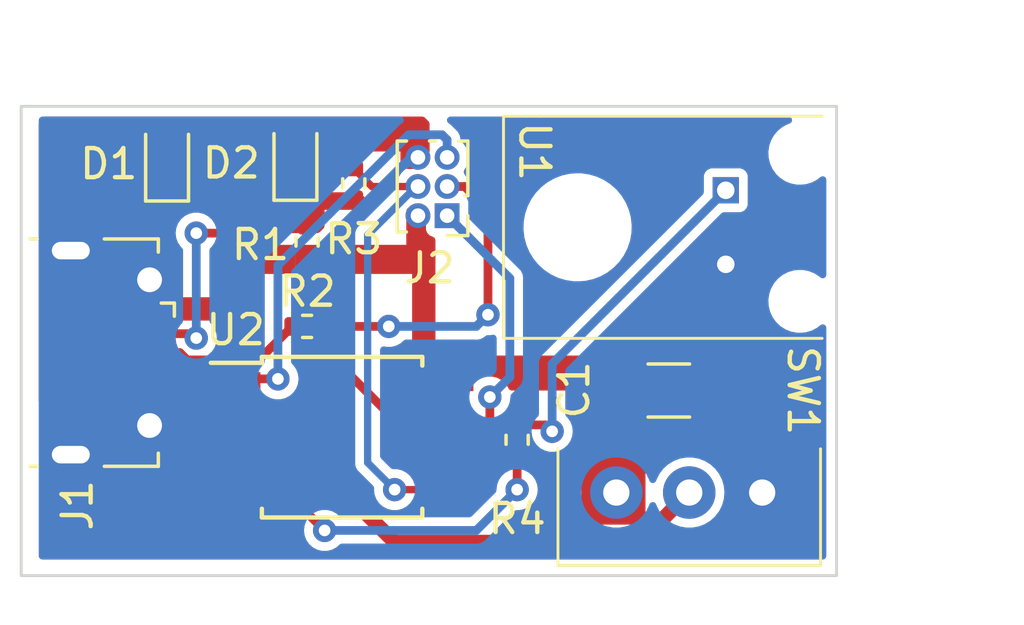
<source format=kicad_pcb>
(kicad_pcb (version 20221018) (generator pcbnew)
  (title_block (title "Interrupter") (date "2023-11-27") (rev "1.0") (company "UN Sede Manizales") (comment 1 "Juan Felipe Osorio Franco") (comment 2 "Juan Daniel Gonzalez Gonzalez"))
  (layers (0 "F.Cu" signal) (31 "B.Cu" signal) (34 "B.Paste" user) (35 "F.Paste" user) (36 "B.SilkS" user "B.Silkscreen") (37 "F.SilkS" user "F.Silkscreen") (38 "B.Mask" user) (39 "F.Mask" user) (44 "Edge.Cuts" user))
  (net 0 "")
  (net 1 "+5V")
  (net 2 "GND")
  (net 3 "Net-(D1-K)")
  (net 4 "Net-(D2-K)")
  (net 6 "/MISO")
  (net 7 "/SCK")
  (net 8 "/MOSI")
  (net 9 "/RESET")
  (net 10 "Net-(U1-+)")
  (net 11 "Net-(U2-XTAL2{slash}PB4)")
  (net 12 "Net-(SW1A-B)")
  (footprint "Connector_USB:USB_Micro-B_Molex-105017-0001" (layer "F.Cu") (at 134.3375 96.9 -90)
    (fp_text reference "J1" (at 5.2375 1.0125 90) (layer "F.SilkS"))
    (fp_text value "USB_B_Micro" hide)
    (fp_line (start -3.9 -1.7625) (end -3.45 -1.7625) (stroke (width 0.12)) (layer "F.SilkS"))
    (fp_line (start -3.9 0.0875) (end -3.9 -1.7625) (stroke (width 0.12)) (layer "F.SilkS"))
    (fp_line (start -3.9 2.6375) (end -3.9 2.3875) (stroke (width 0.12)) (layer "F.SilkS"))
    (fp_line (start -1.7 -2.3125) (end -1.7 -1.8625) (stroke (width 0.12)) (layer "F.SilkS"))
    (fp_line (start -1.7 -2.3125) (end -1.25 -2.3125) (stroke (width 0.12)) (layer "F.SilkS"))
    (fp_line (start 3.9 -1.7625) (end 3.45 -1.7625) (stroke (width 0.12)) (layer "F.SilkS"))
    (fp_line (start 3.9 0.0875) (end 3.9 -1.7625) (stroke (width 0.12)) (layer "F.SilkS"))
    (fp_line (start 3.9 2.6375) (end 3.9 2.3875) (stroke (width 0.12)) (layer "F.SilkS"))
    (pad "1" smd rect (at -1.3 -1.4625 270) (size 0.4 1.35) (layers "F.Cu" "F.Paste" "F.Mask") (net 1 "+5V"))
    (pad "2" smd rect (at -0.65 -1.4625 270) (size 0.4 1.35) (layers "F.Cu" "F.Paste" "F.Mask") (net 4 "Net-(D2-K)"))
    (pad "3" smd rect (at 0 -1.4625 270) (size 0.4 1.35) (layers "F.Cu" "F.Paste" "F.Mask") (net 3 "Net-(D1-K)"))
    (pad "4" smd rect (at 0.65 -1.4625 270) (size 0.4 1.35) (layers "F.Cu" "F.Paste" "F.Mask"))
    (pad "5" smd rect (at 1.3 -1.4625 270) (size 0.4 1.35) (layers "F.Cu" "F.Paste" "F.Mask") (net 2 "GND"))
    (pad "6" thru_hole oval (at -3.5 1.2375 90) (size 1.2 1.9) (drill oval 0.6 1.3) (layers "*.Cu" "*.Mask") (net 2 "GND"))
    (pad "6" smd rect (at -2.9 1.2375 270) (size 1.2 1.9) (layers "F.Cu" "F.Mask") (net 2 "GND"))
    (pad "6" thru_hole circle (at -2.5 -1.4625 270) (size 1.45 1.45) (drill 0.85) (layers "*.Cu" "*.Mask") (net 2 "GND"))
    (pad "6" smd rect (at -1 1.2375 270) (size 1.5 1.9) (layers "F.Cu" "F.Paste" "F.Mask") (net 2 "GND"))
    (pad "6" smd rect (at 1 1.2375 270) (size 1.5 1.9) (layers "F.Cu" "F.Paste" "F.Mask") (net 2 "GND"))
    (pad "6" thru_hole circle (at 2.5 -1.4625 270) (size 1.45 1.45) (drill 0.85) (layers "*.Cu" "*.Mask") (net 2 "GND"))
    (pad "6" smd rect (at 2.9 1.2375 270) (size 1.2 1.9) (layers "F.Cu" "F.Mask") (net 2 "GND"))
    (pad "6" thru_hole oval (at 3.5 1.2375 270) (size 1.2 1.9) (drill oval 0.6 1.3) (layers "*.Cu" "*.Mask") (net 2 "GND"))
  )
  (footprint "Interruptor:IF-E96E" (layer "F.Cu") (at 155.5525 92.6 -90)
    (fp_text reference "U1" (at -2.6 6.5525 -90 unlocked) (layer "F.SilkS"))
    (fp_text value "~")
    (fp_line (start -3.81 -3.302) (end -3.81 6.35) (stroke (width 0.1)) (layer "F.SilkS"))
    (fp_line (start -3.81 6.35) (end -3.81 6.858) (stroke (width 0.1)) (layer "F.SilkS"))
    (fp_line (start -3.81 6.858) (end -3.81 7.62) (stroke (width 0.1)) (layer "F.SilkS"))
    (fp_line (start -3.81 7.62) (end 3.81 7.62) (stroke (width 0.1)) (layer "F.SilkS"))
    (fp_line (start 3.81 -3.302) (end 3.81 6.858) (stroke (width 0.1)) (layer "F.SilkS"))
    (fp_line (start 3.81 7.62) (end 3.81 6.858) (stroke (width 0.1)) (layer "F.SilkS"))
    (pad "" np_thru_hole circle (at -2.54 -2.54 270) (size 1.65 1.65) (drill 1.65) (layers "F&B.Cu" "*.Mask"))
    (pad "" np_thru_hole circle (at 0 5.08 270) (size 3.2 3.2) (drill 3.2) (layers "F&B.Cu" "*.Mask"))
    (pad "" np_thru_hole circle (at 2.54 -2.54 270) (size 1.65 1.65) (drill 1.65) (layers "F&B.Cu" "*.Mask"))
    (pad "1" thru_hole rect (at -1.27 0 270) (size 0.9 0.9) (drill 0.6) (layers "*.Cu" "*.Mask") (net 10 "Net-(U1-+)"))
    (pad "2" thru_hole rect (at 1.27 0 270) (size 0.9 0.9) (drill 0.6) (layers "*.Cu" "*.Mask") (net 2 "GND"))
  )
  (footprint "Capacitor_SMD:C_1206_3216Metric" (layer "F.Cu") (at 153.6 98.2)
    (fp_text reference "C1" (at -3.25 -0.02 90) (layer "F.SilkS"))
    (fp_text value "1u" hide)
    (fp_line (start -0.711252 -0.91) (end 0.711252 -0.91) (stroke (width 0.12)) (layer "F.SilkS"))
    (fp_line (start -0.711252 0.91) (end 0.711252 0.91) (stroke (width 0.12)) (layer "F.SilkS"))
    (pad "1" smd roundrect (at -1.475 0) (size 1.15 1.8) (layers "F.Cu" "F.Paste" "F.Mask") (roundrect_rratio 0.2173913043) (net 1 "+5V"))
    (pad "2" smd roundrect (at 1.475 0) (size 1.15 1.8) (layers "F.Cu" "F.Paste" "F.Mask") (roundrect_rratio 0.2173913043) (net 2 "GND"))
  )
  (footprint "Resistor_SMD:R_0402_1005Metric" (layer "F.Cu") (at 141.2 93.09 -90)
    (fp_text reference "R1" (at 0.11 1.6 -180) (layer "F.SilkS"))
    (fp_text value "1.5k" hide)
    (fp_line (start -0.153641 -0.38) (end 0.153641 -0.38) (stroke (width 0.12)) (layer "F.SilkS"))
    (fp_line (start -0.153641 0.38) (end 0.153641 0.38) (stroke (width 0.12)) (layer "F.SilkS"))
    (pad "1" smd roundrect (at -0.51 0 270) (size 0.54 0.64) (layers "F.Cu" "F.Paste" "F.Mask") (net 4 "Net-(D2-K)"))
    (pad "2" smd roundrect (at 0.51 0 270) (size 0.54 0.64) (layers "F.Cu" "F.Paste" "F.Mask") (net 1 "+5V"))
  )
  (footprint "Diode_SMD:D_0603_1608Metric" (layer "F.Cu") (at 140.8 90.1875 90)
    (fp_text reference "D2" (at -0.2125 -2.2 180) (layer "F.SilkS"))
    (fp_text value "D_Zener" hide)
    (fp_line (start -1.485 -0.735) (end -1.485 0.735) (stroke (width 0.12)) (layer "F.SilkS"))
    (fp_line (start -1.485 0.735) (end 0.8 0.735) (stroke (width 0.12)) (layer "F.SilkS"))
    (fp_line (start 0.8 -0.735) (end -1.485 -0.735) (stroke (width 0.12)) (layer "F.SilkS"))
    (pad "1" smd roundrect (at -0.7875 0 90) (size 0.875 0.95) (layers "F.Cu" "F.Paste" "F.Mask") (net 4 "Net-(D2-K)"))
    (pad "2" smd roundrect (at 0.7875 0 90) (size 0.875 0.95) (layers "F.Cu" "F.Paste" "F.Mask") (net 2 "GND"))
  )
  (footprint "Diode_SMD:D_0603_1608Metric" (layer "F.Cu") (at 136.4 90.2125 90)
    (fp_text reference "D1" (at -0.2125 -2 180) (layer "F.SilkS"))
    (fp_text value "D_Zener" hide)
    (fp_line (start -1.485 -0.735) (end -1.485 0.735) (stroke (width 0.12)) (layer "F.SilkS"))
    (fp_line (start -1.485 0.735) (end 0.8 0.735) (stroke (width 0.12)) (layer "F.SilkS"))
    (fp_line (start 0.8 -0.735) (end -1.485 -0.735) (stroke (width 0.12)) (layer "F.SilkS"))
    (pad "1" smd roundrect (at -0.7875 0 90) (size 0.875 0.95) (layers "F.Cu" "F.Paste" "F.Mask") (net 3 "Net-(D1-K)"))
    (pad "2" smd roundrect (at 0.7875 0 90) (size 0.875 0.95) (layers "F.Cu" "F.Paste" "F.Mask") (net 2 "GND"))
  )
  (footprint "Resistor_SMD:R_0402_1005Metric" (layer "F.Cu") (at 142.8 91.09 90)
    (fp_text reference "R3" (at -1.91 0 180) (layer "F.SilkS"))
    (fp_text value "68" hide)
    (fp_line (start -0.153641 -0.38) (end 0.153641 -0.38) (stroke (width 0.12)) (layer "F.SilkS"))
    (fp_line (start -0.153641 0.38) (end 0.153641 0.38) (stroke (width 0.12)) (layer "F.SilkS"))
    (pad "1" smd roundrect (at -0.51 0 90) (size 0.54 0.64) (layers "F.Cu" "F.Paste" "F.Mask") (net 4 "Net-(D2-K)"))
    (pad "2" smd roundrect (at 0.51 0 90) (size 0.54 0.64) (layers "F.Cu" "F.Paste" "F.Mask") (net 8 "/MOSI"))
  )
  (footprint "Package_SO:SOIC-8W_5.3x5.3mm_P1.27mm" (layer "F.Cu") (at 142.4 99.8)
    (fp_text reference "U2" (at -3.65 -3.68) (layer "F.SilkS"))
    (fp_text value "ATtiny25-20S" hide)
    (fp_line (start -2.75 -2.755) (end -2.75 -2.55) (stroke (width 0.15)) (layer "F.SilkS"))
    (fp_line (start -2.75 -2.755) (end 2.75 -2.755) (stroke (width 0.15)) (layer "F.SilkS"))
    (fp_line (start -2.75 -2.55) (end -4.5 -2.55) (stroke (width 0.15)) (layer "F.SilkS"))
    (fp_line (start -2.75 2.755) (end -2.75 2.455) (stroke (width 0.15)) (layer "F.SilkS"))
    (fp_line (start -2.75 2.755) (end 2.75 2.755) (stroke (width 0.15)) (layer "F.SilkS"))
    (fp_line (start 2.75 -2.755) (end 2.75 -2.455) (stroke (width 0.15)) (layer "F.SilkS"))
    (fp_line (start 2.75 2.755) (end 2.75 2.455) (stroke (width 0.15)) (layer "F.SilkS"))
    (pad "1" smd rect (at -3.65 -1.905) (size 1.7 0.65) (layers "F.Cu" "F.Paste" "F.Mask") (net 9 "/RESET"))
    (pad "2" smd rect (at -3.65 -0.635) (size 1.7 0.65) (layers "F.Cu" "F.Paste" "F.Mask") (net 12 "Net-(SW1A-B)"))
    (pad "3" smd rect (at -3.65 0.635) (size 1.7 0.65) (layers "F.Cu" "F.Paste" "F.Mask") (net 11 "Net-(U2-XTAL2{slash}PB4)"))
    (pad "4" smd rect (at -3.65 1.905) (size 1.7 0.65) (layers "F.Cu" "F.Paste" "F.Mask") (net 2 "GND"))
    (pad "5" smd rect (at 3.65 1.905) (size 1.7 0.65) (layers "F.Cu" "F.Paste" "F.Mask") (net 8 "/MOSI"))
    (pad "6" smd rect (at 3.65 0.635) (size 1.7 0.65) (layers "F.Cu" "F.Paste" "F.Mask") (net 6 "/MISO"))
    (pad "7" smd rect (at 3.65 -0.635) (size 1.7 0.65) (layers "F.Cu" "F.Paste" "F.Mask") (net 7 "/SCK"))
    (pad "8" smd rect (at 3.65 -1.905) (size 1.7 0.65) (layers "F.Cu" "F.Paste" "F.Mask") (net 1 "+5V"))
  )
  (footprint "Connector_PinHeader_1.00mm:PinHeader_2x03_P1.00mm_Vertical" (layer "F.Cu") (at 146 92.2 180)
    (fp_text reference "J2" (at 0.6 -1.8) (layer "F.SilkS"))
    (fp_text value "Conn_01x06_Pin" hide)
    (fp_line (start -0.71 -0.685) (end 0 -0.685) (stroke (width 0.12)) (layer "F.SilkS"))
    (fp_line (start -0.71 0) (end -0.71 -0.685) (stroke (width 0.12)) (layer "F.SilkS"))
    (fp_line (start -0.71 0.685) (end -0.71 2.56) (stroke (width 0.12)) (layer "F.SilkS"))
    (fp_line (start -0.71 0.685) (end -0.608276 0.685) (stroke (width 0.12)) (layer "F.SilkS"))
    (fp_line (start -0.71 2.56) (end -0.394493 2.56) (stroke (width 0.12)) (layer "F.SilkS"))
    (fp_line (start 0.394493 2.56) (end 0.605507 2.56) (stroke (width 0.12)) (layer "F.SilkS"))
    (fp_line (start 1.394493 -0.56) (end 1.71 -0.56) (stroke (width 0.12)) (layer "F.SilkS"))
    (fp_line (start 1.394493 2.56) (end 1.71 2.56) (stroke (width 0.12)) (layer "F.SilkS"))
    (fp_line (start 1.71 -0.56) (end 1.71 2.56) (stroke (width 0.12)) (layer "F.SilkS"))
    (pad "1" thru_hole rect (at 0 0 180) (size 0.85 0.85) (drill 0.5) (layers "*.Cu" "*.Mask") (net 6 "/MISO"))
    (pad "2" thru_hole oval (at 1 0 180) (size 0.85 0.85) (drill 0.5) (layers "*.Cu" "*.Mask") (net 1 "+5V"))
    (pad "3" thru_hole oval (at 0 1 180) (size 0.85 0.85) (drill 0.5) (layers "*.Cu" "*.Mask") (net 7 "/SCK"))
    (pad "4" thru_hole oval (at 1 1 180) (size 0.85 0.85) (drill 0.5) (layers "*.Cu" "*.Mask") (net 8 "/MOSI"))
    (pad "5" thru_hole oval (at 0 2 180) (size 0.85 0.85) (drill 0.5) (layers "*.Cu" "*.Mask") (net 9 "/RESET"))
    (pad "6" thru_hole oval (at 1 2 180) (size 0.85 0.85) (drill 0.5) (layers "*.Cu" "*.Mask") (net 2 "GND"))
  )
  (footprint "Resistor_SMD:R_0402_1005Metric" (layer "F.Cu") (at 148.4 99.89 -90)
    (fp_text reference "R4" (at 2.71 0 -180) (layer "F.SilkS"))
    (fp_text value "100" hide)
    (fp_line (start -0.153641 -0.38) (end 0.153641 -0.38) (stroke (width 0.12)) (layer "F.SilkS"))
    (fp_line (start -0.153641 0.38) (end 0.153641 0.38) (stroke (width 0.12)) (layer "F.SilkS"))
    (pad "1" smd roundrect (at -0.51 0 270) (size 0.54 0.64) (layers "F.Cu" "F.Paste" "F.Mask") (net 10 "Net-(U1-+)"))
    (pad "2" smd roundrect (at 0.51 0 270) (size 0.54 0.64) (layers "F.Cu" "F.Paste" "F.Mask") (net 11 "Net-(U2-XTAL2{slash}PB4)"))
  )
  (footprint "Resistor_SMD:R_0402_1005Metric" (layer "F.Cu") (at 141.2 96)
    (fp_text reference "R2" (at 0 -1.2) (layer "F.SilkS"))
    (fp_text value "68" hide)
    (fp_line (start -0.153641 -0.38) (end 0.153641 -0.38) (stroke (width 0.12)) (layer "F.SilkS"))
    (fp_line (start -0.153641 0.38) (end 0.153641 0.38) (stroke (width 0.12)) (layer "F.SilkS"))
    (pad "1" smd roundrect (at -0.51 0) (size 0.54 0.64) (layers "F.Cu" "F.Paste" "F.Mask") (net 3 "Net-(D1-K)"))
    (pad "2" smd roundrect (at 0.51 0) (size 0.54 0.64) (layers "F.Cu" "F.Paste" "F.Mask") (net 7 "/SCK"))
  )
  (footprint "Interruptor:SLW-913535-2A-RA-D" (layer "F.Cu") (at 154.3 101.7 180)
    (fp_text reference "SW1" (at -3.9 3.5 270 unlocked) (layer "F.SilkS"))
    (fp_text value "SW_DPDT_x2" hide)
    (fp_line (start -4.5 -2.5) (end -4.5 1.5) (stroke (width 0.1)) (layer "F.SilkS"))
    (fp_line (start -3.5 -2.5) (end -4.5 -2.5) (stroke (width 0.1)) (layer "F.SilkS"))
    (fp_line (start -3.5 -2.5) (end 3.5 -2.5) (stroke (width 0.1)) (layer "F.SilkS"))
    (fp_line (start 3.5 -2.5) (end 4.5 -2.5) (stroke (width 0.1)) (layer "F.SilkS"))
    (fp_line (start 4.5 -2.5) (end 4.5 1.5) (stroke (width 0.1)) (layer "F.SilkS"))
    (pad "1" thru_hole circle (at -2.5 0 180) (size 1.8 1.8) (drill 0.9) (layers "*.Cu" "*.Mask") (net 2 "GND"))
    (pad "2" thru_hole circle (at 0 0 180) (size 1.8 1.8) (drill 0.9) (layers "*.Cu" "*.Mask") (net 12 "Net-(SW1A-B)"))
    (pad "3" thru_hole circle (at 2.5 0 180) (size 1.8 1.8) (drill 0.9) (layers "*.Cu" "*.Mask") (net 1 "+5V"))
  )
  (gr_rect (start 131.4 88.45) (end 159.35 104.55) (stroke (width 0.1)) (fill none) (layer "Edge.Cuts"))
  (segment (start 140.69 96) (end 139.54 97.15) (width 0.3) (layer "F.Cu") (net 3))
  (segment (start 139.54 97.15) (end 137.089339 97.15) (width 0.3) (layer "F.Cu") (net 3))
  (segment (start 134.725 92.675) (end 134.725 96.8) (width 0.3) (layer "F.Cu") (net 3))
  (segment (start 134.825 96.9) (end 135.8 96.9) (width 0.3) (layer "F.Cu") (net 3))
  (segment (start 136.4 91) (end 134.725 92.675) (width 0.3) (layer "F.Cu") (net 3))
  (segment (start 136.839339 96.9) (end 135.8 96.9) (width 0.3) (layer "F.Cu") (net 3))
  (segment (start 134.725 96.8) (end 134.825 96.9) (width 0.3) (layer "F.Cu") (net 3))
  (segment (start 137.089339 97.15) (end 136.839339 96.9) (width 0.3) (layer "F.Cu") (net 3))
  (segment (start 137.4 92.8) (end 140 92.8) (width 0.3) (layer "F.Cu") (net 4))
  (segment (start 137.25 96.25) (end 137.4 96.4) (width 0.3) (layer "F.Cu") (net 4))
  (segment (start 135.8 96.25) (end 137.25 96.25) (width 0.3) (layer "F.Cu") (net 4))
  (segment (start 140 92.8) (end 140.4 92.4) (width 0.3) (layer "F.Cu") (net 4))
  (via (at 137.4 92.8) (size 0.8) (drill 0.4) (layers "F.Cu" "B.Cu") (net 4))
  (via (at 137.4 96.4) (size 0.8) (drill 0.4) (layers "F.Cu" "B.Cu") (net 4))
  (segment (start 137.4 96.4) (end 137.4 92.8) (width 0.3) (layer "B.Cu") (net 4))
  (segment (start 147.464063 98.423063) (end 147.464063 99.935937) (width 0.3) (layer "F.Cu") (net 6))
  (segment (start 147.464063 99.935937) (end 146.965 100.435) (width 0.3) (layer "F.Cu") (net 6))
  (segment (start 146.965 100.435) (end 146.05 100.435) (width 0.3) (layer "F.Cu") (net 6))
  (via (at 147.464063 98.423063) (size 0.8) (drill 0.4) (layers "F.Cu" "B.Cu") (net 6))
  (segment (start 146 92.2) (end 148.15 94.35) (width 0.3) (layer "B.Cu") (net 6))
  (segment (start 148.15 94.35) (end 148.15 97.737126) (width 0.3) (layer "B.Cu") (net 6))
  (segment (start 148.15 97.737126) (end 147.464063 98.423063) (width 0.3) (layer "B.Cu") (net 6))
  (segment (start 144.165 99.165) (end 141.71 96.71) (width 0.3) (layer "F.Cu") (net 7))
  (segment (start 147.4 91.99896) (end 146.60104 91.2) (width 0.3) (layer "F.Cu") (net 7))
  (segment (start 141.71 96) (end 144 96) (width 0.3) (layer "F.Cu") (net 7))
  (segment (start 147.4 95.6) (end 147.4 91.99896) (width 0.3) (layer "F.Cu") (net 7))
  (segment (start 141.71 96.71) (end 141.71 96) (width 0.3) (layer "F.Cu") (net 7))
  (segment (start 146.05 99.165) (end 144.165 99.165) (width 0.3) (layer "F.Cu") (net 7))
  (segment (start 146.60104 91.2) (end 146 91.2) (width 0.3) (layer "F.Cu") (net 7))
  (via (at 144 96) (size 0.8) (drill 0.4) (layers "F.Cu" "B.Cu") (net 7))
  (via (at 147.4 95.6) (size 0.8) (drill 0.4) (layers "F.Cu" "B.Cu") (net 7))
  (segment (start 147 96) (end 147.4 95.6) (width 0.3) (layer "B.Cu") (net 7))
  (segment (start 144 96) (end 147 96) (width 0.3) (layer "B.Cu") (net 7))
  (segment (start 142.8 90.58) (end 143.42 91.2) (width 0.25) (layer "F.Cu") (net 8))
  (segment (start 145.945 101.6) (end 146.05 101.705) (width 0.25) (layer "F.Cu") (net 8))
  (segment (start 144.2 101.6) (end 145.945 101.6) (width 0.25) (layer "F.Cu") (net 8))
  (segment (start 143.42 91.2) (end 145 91.2) (width 0.25) (layer "F.Cu") (net 8))
  (via (at 144.2 101.6) (size 0.8) (drill 0.4) (layers "F.Cu" "B.Cu") (net 8))
  (segment (start 145 91.2) (end 144.939339 91.2) (width 0.25) (layer "B.Cu") (net 8))
  (segment (start 144.939339 91.2) (end 143.275 92.864339) (width 0.25) (layer "B.Cu") (net 8))
  (segment (start 143.275 100.675) (end 144.2 101.6) (width 0.25) (layer "B.Cu") (net 8))
  (segment (start 143.275 92.864339) (end 143.275 100.675) (width 0.25) (layer "B.Cu") (net 8))
  (segment (start 140.2 97.8) (end 138.845 97.8) (width 0.3) (layer "F.Cu") (net 9))
  (segment (start 138.845 97.8) (end 138.75 97.895) (width 0.3) (layer "F.Cu") (net 9))
  (via (at 140.2 97.8) (size 0.8) (drill 0.4) (layers "F.Cu" "B.Cu") (net 9))
  (segment (start 145.82604 89.425) (end 144.678984 89.425) (width 0.3) (layer "B.Cu") (net 9))
  (segment (start 146 90.2) (end 146 89.59896) (width 0.3) (layer "B.Cu") (net 9))
  (segment (start 144.678984 89.425) (end 140.2 93.903984) (width 0.3) (layer "B.Cu") (net 9))
  (segment (start 140.2 93.903984) (end 140.2 97.8) (width 0.3) (layer "B.Cu") (net 9))
  (segment (start 146 89.59896) (end 145.82604 89.425) (width 0.3) (layer "B.Cu") (net 9))
  (segment (start 149.38 99.38) (end 149.6 99.6) (width 0.3) (layer "F.Cu") (net 10))
  (segment (start 148.4 99.38) (end 149.38 99.38) (width 0.3) (layer "F.Cu") (net 10))
  (via (at 149.6 99.6) (size 0.8) (drill 0.4) (layers "F.Cu" "B.Cu") (net 10))
  (segment (start 149.6 97.2825) (end 155.5525 91.33) (width 0.3) (layer "B.Cu") (net 10))
  (segment (start 149.6 99.6) (end 149.6 97.2825) (width 0.3) (layer "B.Cu") (net 10))
  (segment (start 138.75 100.435) (end 139.235 100.435) (width 0.3) (layer "F.Cu") (net 11))
  (segment (start 139.235 100.435) (end 141.8 103) (width 0.3) (layer "F.Cu") (net 11))
  (segment (start 148.4 101.6) (end 148.4 100.4) (width 0.3) (layer "F.Cu") (net 11))
  (via (at 141.8 103) (size 0.8) (drill 0.4) (layers "F.Cu" "B.Cu") (net 11))
  (via (at 148.4 101.6) (size 0.8) (drill 0.4) (layers "F.Cu" "B.Cu") (net 11))
  (segment (start 141.8 103) (end 147 103) (width 0.3) (layer "B.Cu") (net 11))
  (segment (start 147 103) (end 148.4 101.6) (width 0.3) (layer "B.Cu") (net 11))
  (segment (start 153.4 102.6) (end 154.3 101.7) (width 0.5) (layer "F.Cu") (net 12))
  (segment (start 153.4 103.4) (end 153.4 102.6) (width 0.5) (layer "F.Cu") (net 12))
  (segment (start 144.2 103.4) (end 153.4 103.4) (width 0.5) (layer "F.Cu") (net 12))
  (segment (start 139.965 99.165) (end 144.2 103.4) (width 0.5) (layer "F.Cu") (net 12))
  (segment (start 138.75 99.165) (end 139.965 99.165) (width 0.5) (layer "F.Cu") (net 12))
  (zone (net 4) (net_name "Net-(D2-K)") (layer "F.Cu") (priority 7) (connect_pads yes (clearance 0.3)) (min_thickness 0.25) (fill yes (thermal_gap 0.5) (thermal_bridge_width 0.5) (smoothing chamfer) (radius 0.2))
    (polygon (pts (xy 143.2 91.4) (xy 143.2 92) (xy 141.8 92) (xy 141.8 92.8) (xy 140.2 92.8) (xy 140.2 90.4) (xy 141.8 90.4) (xy 141.8 91.4)))
  )
  (zone (net 1) (net_name "+5V") (layer "F.Cu") (priority 4) (connect_pads yes (clearance 0.3)) (min_thickness 0.25) (fill yes (thermal_gap 0.5) (thermal_bridge_width 0.5) (smoothing chamfer) (radius 0.2))
    (polygon (pts (xy 152.8 102.8) (xy 152.8 97) (xy 144.8 97) (xy 144.8 98.2) (xy 150.6 98.2) (xy 150.6 102.8)))
  )
  (zone (net 2) (net_name "GND") (layer "F.Cu") (priority 1) (connect_pads yes (clearance 0.3)) (min_thickness 0.25) (fill yes (thermal_gap 0.5) (thermal_bridge_width 0.5) (smoothing chamfer) (radius 0.2))
    (polygon (pts (xy 139.6 101.2) (xy 139.6 102.2) (xy 134.8 102.2) (xy 134.8 98.8) (xy 132 98.8) (xy 132 95) (xy 134 95) (xy 134 98) (xy 136.8 98) (xy 136.8 101.2)))
  )
  (zone (net 2) (net_name "GND") (layer "F.Cu") (priority 2) (connect_pads yes (clearance 0.3)) (min_thickness 0.25) (fill yes (thermal_gap 0.5) (thermal_bridge_width 0.5) (smoothing chamfer) (radius 0.2))
    (polygon (pts (xy 154.4 97.2) (xy 158 97.2) (xy 158 102.8) (xy 155.6 102.8) (xy 155.6 99.4) (xy 154.4 99.4)))
  )
  (zone (net 1) (net_name "+5V") (layer "F.Cu") (priority 6) (connect_pads yes (clearance 0.2)) (min_thickness 0.25) (fill yes (thermal_gap 0.5) (thermal_bridge_width 0.5) (smoothing chamfer) (radius 0.2))
    (polygon (pts (xy 135 95.8) (xy 135 95) (xy 139 95) (xy 139 93.2) (xy 140.8 93.2) (xy 140.8 94.2) (xy 139.6 94.2) (xy 139.6 95.8)))
  )
  (zone (net 1) (net_name "+5V") (layer "F.Cu") (priority 5) (connect_pads yes (clearance 0.3)) (min_thickness 0.25) (fill yes (thermal_gap 0.5) (thermal_bridge_width 0.5) (smoothing chamfer) (radius 0.2))
    (polygon (pts (xy 144.8 97.2) (xy 144.8 94.2) (xy 140.8 94.2) (xy 140.8 93.2) (xy 144.6 93.2) (xy 144.6 91.8) (xy 145.6 91.8) (xy 145.6 97.2)))
  )
  (zone (net 2) (net_name "GND") (layer "F.Cu") (priority 3) (connect_pads yes (clearance 0.2)) (min_thickness 0.25) (fill yes (thermal_gap 0.5) (thermal_bridge_width 0.5) (smoothing chamfer) (radius 0.2))
    (polygon (pts (xy 145.4 90.6) (xy 145.4 88.8) (xy 132 88.8) (xy 132 95) (xy 134 95) (xy 134 90) (xy 144.4 90) (xy 144.4 90.6)))
  )
  (zone (net 2) (net_name "GND") (layer "B.Cu") (connect_pads yes (clearance 0.3)) (min_thickness 0.25) (fill yes (thermal_gap 0.5) (thermal_bridge_width 0.5))
    (polygon (pts (xy 132 88.8) (xy 132 104) (xy 159 104) (xy 159 88.8)))
  )
)
</source>
